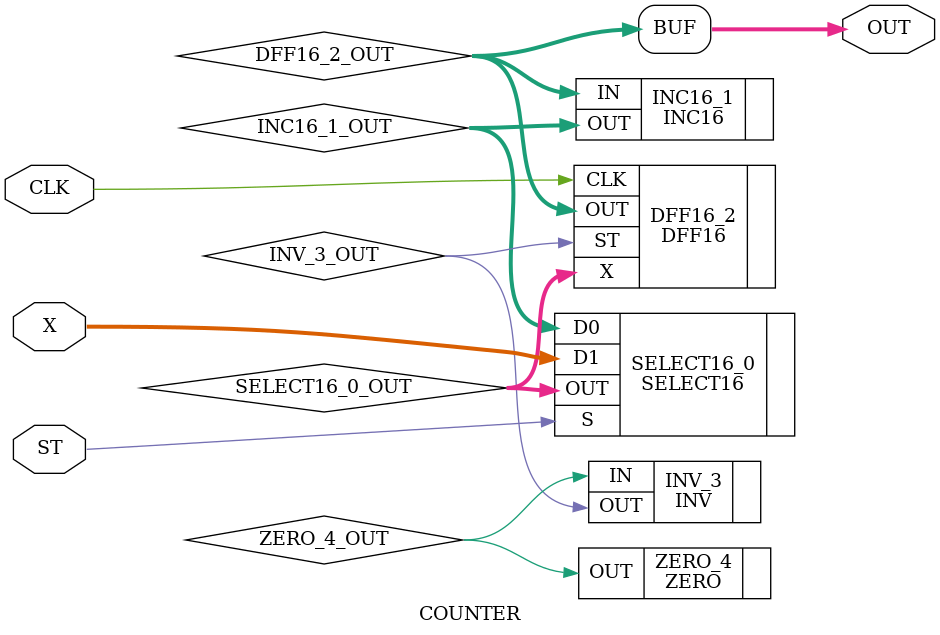
<source format=v>
module COUNTER(
	output [15:0] OUT,
	input ST,
	input [15:0] X,
	input CLK
);

wire [15:0] SELECT16_0_OUT;
wire [15:0] INC16_1_OUT;
wire [15:0] DFF16_2_OUT;
wire INV_3_OUT;
wire ZERO_4_OUT;

SELECT16 SELECT16_0(
	.OUT (SELECT16_0_OUT),
	.S (ST),
	.D1 (X),
	.D0 (INC16_1_OUT)
);
	
INC16 INC16_1(
	.OUT (INC16_1_OUT),
	.IN (DFF16_2_OUT)
);
	
DFF16 DFF16_2(
	.OUT (DFF16_2_OUT),
	.ST (INV_3_OUT),
	.X (SELECT16_0_OUT),
	.CLK (CLK)
);
	
INV INV_3(
	.OUT (INV_3_OUT),
	.IN (ZERO_4_OUT)
);
	
ZERO ZERO_4(
	.OUT (ZERO_4_OUT)
);
	
assign OUT = DFF16_2_OUT;

endmodule

</source>
